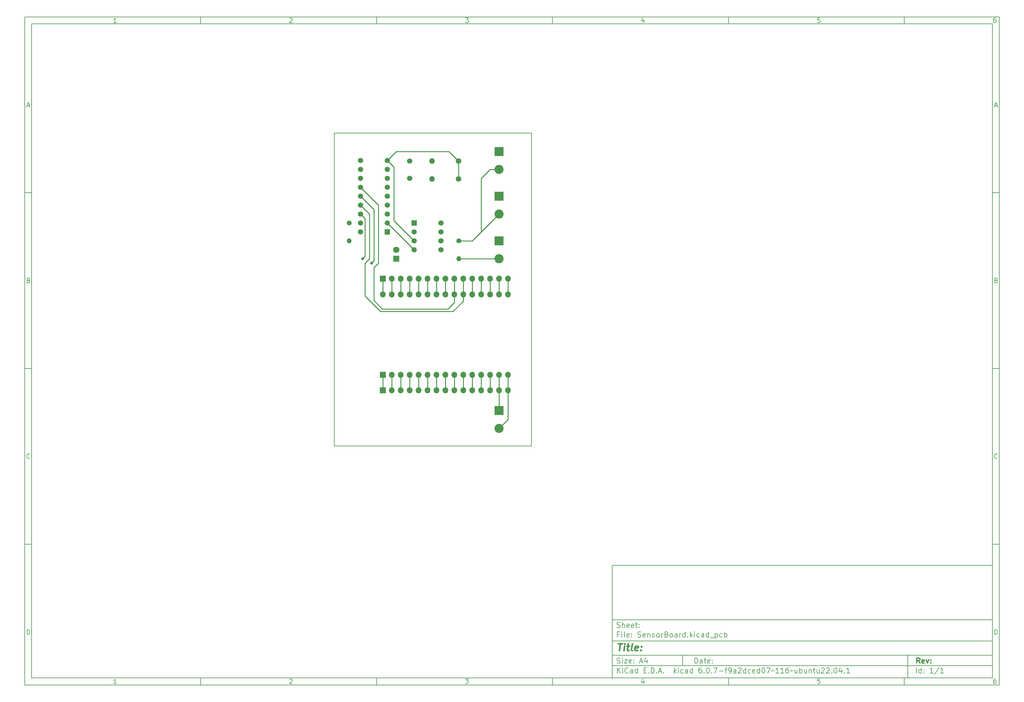
<source format=gbr>
%TF.GenerationSoftware,KiCad,Pcbnew,6.0.7-f9a2dced07~116~ubuntu22.04.1*%
%TF.CreationDate,2022-07-31T23:28:34-04:00*%
%TF.ProjectId,SensorBoard,53656e73-6f72-4426-9f61-72642e6b6963,rev?*%
%TF.SameCoordinates,Original*%
%TF.FileFunction,Copper,L2,Bot*%
%TF.FilePolarity,Positive*%
%FSLAX46Y46*%
G04 Gerber Fmt 4.6, Leading zero omitted, Abs format (unit mm)*
G04 Created by KiCad (PCBNEW 6.0.7-f9a2dced07~116~ubuntu22.04.1) date 2022-07-31 23:28:34*
%MOMM*%
%LPD*%
G01*
G04 APERTURE LIST*
%ADD10C,0.100000*%
%ADD11C,0.150000*%
%ADD12C,0.300000*%
%ADD13C,0.400000*%
%TA.AperFunction,Profile*%
%ADD14C,0.200000*%
%TD*%
%TA.AperFunction,ComponentPad*%
%ADD15R,1.498600X1.498600*%
%TD*%
%TA.AperFunction,ComponentPad*%
%ADD16C,1.498600*%
%TD*%
%TA.AperFunction,ComponentPad*%
%ADD17R,1.700000X1.700000*%
%TD*%
%TA.AperFunction,ComponentPad*%
%ADD18O,1.700000X1.700000*%
%TD*%
%TA.AperFunction,ComponentPad*%
%ADD19R,1.800000X1.800000*%
%TD*%
%TA.AperFunction,ComponentPad*%
%ADD20C,1.800000*%
%TD*%
%TA.AperFunction,ComponentPad*%
%ADD21R,2.600000X2.600000*%
%TD*%
%TA.AperFunction,ComponentPad*%
%ADD22C,2.600000*%
%TD*%
%TA.AperFunction,ComponentPad*%
%ADD23C,1.600000*%
%TD*%
%TA.AperFunction,ComponentPad*%
%ADD24O,1.600000X1.600000*%
%TD*%
%TA.AperFunction,ComponentPad*%
%ADD25C,1.400000*%
%TD*%
%TA.AperFunction,ComponentPad*%
%ADD26O,1.400000X1.400000*%
%TD*%
%TA.AperFunction,ComponentPad*%
%ADD27C,1.500000*%
%TD*%
%TA.AperFunction,ViaPad*%
%ADD28C,0.800000*%
%TD*%
%TA.AperFunction,Conductor*%
%ADD29C,0.250000*%
%TD*%
G04 APERTURE END LIST*
D10*
D11*
X177002200Y-166007200D02*
X177002200Y-198007200D01*
X285002200Y-198007200D01*
X285002200Y-166007200D01*
X177002200Y-166007200D01*
D10*
D11*
X10000000Y-10000000D02*
X10000000Y-200007200D01*
X287002200Y-200007200D01*
X287002200Y-10000000D01*
X10000000Y-10000000D01*
D10*
D11*
X12000000Y-12000000D02*
X12000000Y-198007200D01*
X285002200Y-198007200D01*
X285002200Y-12000000D01*
X12000000Y-12000000D01*
D10*
D11*
X60000000Y-12000000D02*
X60000000Y-10000000D01*
D10*
D11*
X110000000Y-12000000D02*
X110000000Y-10000000D01*
D10*
D11*
X160000000Y-12000000D02*
X160000000Y-10000000D01*
D10*
D11*
X210000000Y-12000000D02*
X210000000Y-10000000D01*
D10*
D11*
X260000000Y-12000000D02*
X260000000Y-10000000D01*
D10*
D11*
X36065476Y-11588095D02*
X35322619Y-11588095D01*
X35694047Y-11588095D02*
X35694047Y-10288095D01*
X35570238Y-10473809D01*
X35446428Y-10597619D01*
X35322619Y-10659523D01*
D10*
D11*
X85322619Y-10411904D02*
X85384523Y-10350000D01*
X85508333Y-10288095D01*
X85817857Y-10288095D01*
X85941666Y-10350000D01*
X86003571Y-10411904D01*
X86065476Y-10535714D01*
X86065476Y-10659523D01*
X86003571Y-10845238D01*
X85260714Y-11588095D01*
X86065476Y-11588095D01*
D10*
D11*
X135260714Y-10288095D02*
X136065476Y-10288095D01*
X135632142Y-10783333D01*
X135817857Y-10783333D01*
X135941666Y-10845238D01*
X136003571Y-10907142D01*
X136065476Y-11030952D01*
X136065476Y-11340476D01*
X136003571Y-11464285D01*
X135941666Y-11526190D01*
X135817857Y-11588095D01*
X135446428Y-11588095D01*
X135322619Y-11526190D01*
X135260714Y-11464285D01*
D10*
D11*
X185941666Y-10721428D02*
X185941666Y-11588095D01*
X185632142Y-10226190D02*
X185322619Y-11154761D01*
X186127380Y-11154761D01*
D10*
D11*
X236003571Y-10288095D02*
X235384523Y-10288095D01*
X235322619Y-10907142D01*
X235384523Y-10845238D01*
X235508333Y-10783333D01*
X235817857Y-10783333D01*
X235941666Y-10845238D01*
X236003571Y-10907142D01*
X236065476Y-11030952D01*
X236065476Y-11340476D01*
X236003571Y-11464285D01*
X235941666Y-11526190D01*
X235817857Y-11588095D01*
X235508333Y-11588095D01*
X235384523Y-11526190D01*
X235322619Y-11464285D01*
D10*
D11*
X285941666Y-10288095D02*
X285694047Y-10288095D01*
X285570238Y-10350000D01*
X285508333Y-10411904D01*
X285384523Y-10597619D01*
X285322619Y-10845238D01*
X285322619Y-11340476D01*
X285384523Y-11464285D01*
X285446428Y-11526190D01*
X285570238Y-11588095D01*
X285817857Y-11588095D01*
X285941666Y-11526190D01*
X286003571Y-11464285D01*
X286065476Y-11340476D01*
X286065476Y-11030952D01*
X286003571Y-10907142D01*
X285941666Y-10845238D01*
X285817857Y-10783333D01*
X285570238Y-10783333D01*
X285446428Y-10845238D01*
X285384523Y-10907142D01*
X285322619Y-11030952D01*
D10*
D11*
X60000000Y-198007200D02*
X60000000Y-200007200D01*
D10*
D11*
X110000000Y-198007200D02*
X110000000Y-200007200D01*
D10*
D11*
X160000000Y-198007200D02*
X160000000Y-200007200D01*
D10*
D11*
X210000000Y-198007200D02*
X210000000Y-200007200D01*
D10*
D11*
X260000000Y-198007200D02*
X260000000Y-200007200D01*
D10*
D11*
X36065476Y-199595295D02*
X35322619Y-199595295D01*
X35694047Y-199595295D02*
X35694047Y-198295295D01*
X35570238Y-198481009D01*
X35446428Y-198604819D01*
X35322619Y-198666723D01*
D10*
D11*
X85322619Y-198419104D02*
X85384523Y-198357200D01*
X85508333Y-198295295D01*
X85817857Y-198295295D01*
X85941666Y-198357200D01*
X86003571Y-198419104D01*
X86065476Y-198542914D01*
X86065476Y-198666723D01*
X86003571Y-198852438D01*
X85260714Y-199595295D01*
X86065476Y-199595295D01*
D10*
D11*
X135260714Y-198295295D02*
X136065476Y-198295295D01*
X135632142Y-198790533D01*
X135817857Y-198790533D01*
X135941666Y-198852438D01*
X136003571Y-198914342D01*
X136065476Y-199038152D01*
X136065476Y-199347676D01*
X136003571Y-199471485D01*
X135941666Y-199533390D01*
X135817857Y-199595295D01*
X135446428Y-199595295D01*
X135322619Y-199533390D01*
X135260714Y-199471485D01*
D10*
D11*
X185941666Y-198728628D02*
X185941666Y-199595295D01*
X185632142Y-198233390D02*
X185322619Y-199161961D01*
X186127380Y-199161961D01*
D10*
D11*
X236003571Y-198295295D02*
X235384523Y-198295295D01*
X235322619Y-198914342D01*
X235384523Y-198852438D01*
X235508333Y-198790533D01*
X235817857Y-198790533D01*
X235941666Y-198852438D01*
X236003571Y-198914342D01*
X236065476Y-199038152D01*
X236065476Y-199347676D01*
X236003571Y-199471485D01*
X235941666Y-199533390D01*
X235817857Y-199595295D01*
X235508333Y-199595295D01*
X235384523Y-199533390D01*
X235322619Y-199471485D01*
D10*
D11*
X285941666Y-198295295D02*
X285694047Y-198295295D01*
X285570238Y-198357200D01*
X285508333Y-198419104D01*
X285384523Y-198604819D01*
X285322619Y-198852438D01*
X285322619Y-199347676D01*
X285384523Y-199471485D01*
X285446428Y-199533390D01*
X285570238Y-199595295D01*
X285817857Y-199595295D01*
X285941666Y-199533390D01*
X286003571Y-199471485D01*
X286065476Y-199347676D01*
X286065476Y-199038152D01*
X286003571Y-198914342D01*
X285941666Y-198852438D01*
X285817857Y-198790533D01*
X285570238Y-198790533D01*
X285446428Y-198852438D01*
X285384523Y-198914342D01*
X285322619Y-199038152D01*
D10*
D11*
X10000000Y-60000000D02*
X12000000Y-60000000D01*
D10*
D11*
X10000000Y-110000000D02*
X12000000Y-110000000D01*
D10*
D11*
X10000000Y-160000000D02*
X12000000Y-160000000D01*
D10*
D11*
X10690476Y-35216666D02*
X11309523Y-35216666D01*
X10566666Y-35588095D02*
X11000000Y-34288095D01*
X11433333Y-35588095D01*
D10*
D11*
X11092857Y-84907142D02*
X11278571Y-84969047D01*
X11340476Y-85030952D01*
X11402380Y-85154761D01*
X11402380Y-85340476D01*
X11340476Y-85464285D01*
X11278571Y-85526190D01*
X11154761Y-85588095D01*
X10659523Y-85588095D01*
X10659523Y-84288095D01*
X11092857Y-84288095D01*
X11216666Y-84350000D01*
X11278571Y-84411904D01*
X11340476Y-84535714D01*
X11340476Y-84659523D01*
X11278571Y-84783333D01*
X11216666Y-84845238D01*
X11092857Y-84907142D01*
X10659523Y-84907142D01*
D10*
D11*
X11402380Y-135464285D02*
X11340476Y-135526190D01*
X11154761Y-135588095D01*
X11030952Y-135588095D01*
X10845238Y-135526190D01*
X10721428Y-135402380D01*
X10659523Y-135278571D01*
X10597619Y-135030952D01*
X10597619Y-134845238D01*
X10659523Y-134597619D01*
X10721428Y-134473809D01*
X10845238Y-134350000D01*
X11030952Y-134288095D01*
X11154761Y-134288095D01*
X11340476Y-134350000D01*
X11402380Y-134411904D01*
D10*
D11*
X10659523Y-185588095D02*
X10659523Y-184288095D01*
X10969047Y-184288095D01*
X11154761Y-184350000D01*
X11278571Y-184473809D01*
X11340476Y-184597619D01*
X11402380Y-184845238D01*
X11402380Y-185030952D01*
X11340476Y-185278571D01*
X11278571Y-185402380D01*
X11154761Y-185526190D01*
X10969047Y-185588095D01*
X10659523Y-185588095D01*
D10*
D11*
X287002200Y-60000000D02*
X285002200Y-60000000D01*
D10*
D11*
X287002200Y-110000000D02*
X285002200Y-110000000D01*
D10*
D11*
X287002200Y-160000000D02*
X285002200Y-160000000D01*
D10*
D11*
X285692676Y-35216666D02*
X286311723Y-35216666D01*
X285568866Y-35588095D02*
X286002200Y-34288095D01*
X286435533Y-35588095D01*
D10*
D11*
X286095057Y-84907142D02*
X286280771Y-84969047D01*
X286342676Y-85030952D01*
X286404580Y-85154761D01*
X286404580Y-85340476D01*
X286342676Y-85464285D01*
X286280771Y-85526190D01*
X286156961Y-85588095D01*
X285661723Y-85588095D01*
X285661723Y-84288095D01*
X286095057Y-84288095D01*
X286218866Y-84350000D01*
X286280771Y-84411904D01*
X286342676Y-84535714D01*
X286342676Y-84659523D01*
X286280771Y-84783333D01*
X286218866Y-84845238D01*
X286095057Y-84907142D01*
X285661723Y-84907142D01*
D10*
D11*
X286404580Y-135464285D02*
X286342676Y-135526190D01*
X286156961Y-135588095D01*
X286033152Y-135588095D01*
X285847438Y-135526190D01*
X285723628Y-135402380D01*
X285661723Y-135278571D01*
X285599819Y-135030952D01*
X285599819Y-134845238D01*
X285661723Y-134597619D01*
X285723628Y-134473809D01*
X285847438Y-134350000D01*
X286033152Y-134288095D01*
X286156961Y-134288095D01*
X286342676Y-134350000D01*
X286404580Y-134411904D01*
D10*
D11*
X285661723Y-185588095D02*
X285661723Y-184288095D01*
X285971247Y-184288095D01*
X286156961Y-184350000D01*
X286280771Y-184473809D01*
X286342676Y-184597619D01*
X286404580Y-184845238D01*
X286404580Y-185030952D01*
X286342676Y-185278571D01*
X286280771Y-185402380D01*
X286156961Y-185526190D01*
X285971247Y-185588095D01*
X285661723Y-185588095D01*
D10*
D11*
X200434342Y-193785771D02*
X200434342Y-192285771D01*
X200791485Y-192285771D01*
X201005771Y-192357200D01*
X201148628Y-192500057D01*
X201220057Y-192642914D01*
X201291485Y-192928628D01*
X201291485Y-193142914D01*
X201220057Y-193428628D01*
X201148628Y-193571485D01*
X201005771Y-193714342D01*
X200791485Y-193785771D01*
X200434342Y-193785771D01*
X202577200Y-193785771D02*
X202577200Y-193000057D01*
X202505771Y-192857200D01*
X202362914Y-192785771D01*
X202077200Y-192785771D01*
X201934342Y-192857200D01*
X202577200Y-193714342D02*
X202434342Y-193785771D01*
X202077200Y-193785771D01*
X201934342Y-193714342D01*
X201862914Y-193571485D01*
X201862914Y-193428628D01*
X201934342Y-193285771D01*
X202077200Y-193214342D01*
X202434342Y-193214342D01*
X202577200Y-193142914D01*
X203077200Y-192785771D02*
X203648628Y-192785771D01*
X203291485Y-192285771D02*
X203291485Y-193571485D01*
X203362914Y-193714342D01*
X203505771Y-193785771D01*
X203648628Y-193785771D01*
X204720057Y-193714342D02*
X204577200Y-193785771D01*
X204291485Y-193785771D01*
X204148628Y-193714342D01*
X204077200Y-193571485D01*
X204077200Y-193000057D01*
X204148628Y-192857200D01*
X204291485Y-192785771D01*
X204577200Y-192785771D01*
X204720057Y-192857200D01*
X204791485Y-193000057D01*
X204791485Y-193142914D01*
X204077200Y-193285771D01*
X205434342Y-193642914D02*
X205505771Y-193714342D01*
X205434342Y-193785771D01*
X205362914Y-193714342D01*
X205434342Y-193642914D01*
X205434342Y-193785771D01*
X205434342Y-192857200D02*
X205505771Y-192928628D01*
X205434342Y-193000057D01*
X205362914Y-192928628D01*
X205434342Y-192857200D01*
X205434342Y-193000057D01*
D10*
D11*
X177002200Y-194507200D02*
X285002200Y-194507200D01*
D10*
D11*
X178434342Y-196585771D02*
X178434342Y-195085771D01*
X179291485Y-196585771D02*
X178648628Y-195728628D01*
X179291485Y-195085771D02*
X178434342Y-195942914D01*
X179934342Y-196585771D02*
X179934342Y-195585771D01*
X179934342Y-195085771D02*
X179862914Y-195157200D01*
X179934342Y-195228628D01*
X180005771Y-195157200D01*
X179934342Y-195085771D01*
X179934342Y-195228628D01*
X181505771Y-196442914D02*
X181434342Y-196514342D01*
X181220057Y-196585771D01*
X181077200Y-196585771D01*
X180862914Y-196514342D01*
X180720057Y-196371485D01*
X180648628Y-196228628D01*
X180577200Y-195942914D01*
X180577200Y-195728628D01*
X180648628Y-195442914D01*
X180720057Y-195300057D01*
X180862914Y-195157200D01*
X181077200Y-195085771D01*
X181220057Y-195085771D01*
X181434342Y-195157200D01*
X181505771Y-195228628D01*
X182791485Y-196585771D02*
X182791485Y-195800057D01*
X182720057Y-195657200D01*
X182577200Y-195585771D01*
X182291485Y-195585771D01*
X182148628Y-195657200D01*
X182791485Y-196514342D02*
X182648628Y-196585771D01*
X182291485Y-196585771D01*
X182148628Y-196514342D01*
X182077200Y-196371485D01*
X182077200Y-196228628D01*
X182148628Y-196085771D01*
X182291485Y-196014342D01*
X182648628Y-196014342D01*
X182791485Y-195942914D01*
X184148628Y-196585771D02*
X184148628Y-195085771D01*
X184148628Y-196514342D02*
X184005771Y-196585771D01*
X183720057Y-196585771D01*
X183577200Y-196514342D01*
X183505771Y-196442914D01*
X183434342Y-196300057D01*
X183434342Y-195871485D01*
X183505771Y-195728628D01*
X183577200Y-195657200D01*
X183720057Y-195585771D01*
X184005771Y-195585771D01*
X184148628Y-195657200D01*
X186005771Y-195800057D02*
X186505771Y-195800057D01*
X186720057Y-196585771D02*
X186005771Y-196585771D01*
X186005771Y-195085771D01*
X186720057Y-195085771D01*
X187362914Y-196442914D02*
X187434342Y-196514342D01*
X187362914Y-196585771D01*
X187291485Y-196514342D01*
X187362914Y-196442914D01*
X187362914Y-196585771D01*
X188077200Y-196585771D02*
X188077200Y-195085771D01*
X188434342Y-195085771D01*
X188648628Y-195157200D01*
X188791485Y-195300057D01*
X188862914Y-195442914D01*
X188934342Y-195728628D01*
X188934342Y-195942914D01*
X188862914Y-196228628D01*
X188791485Y-196371485D01*
X188648628Y-196514342D01*
X188434342Y-196585771D01*
X188077200Y-196585771D01*
X189577200Y-196442914D02*
X189648628Y-196514342D01*
X189577200Y-196585771D01*
X189505771Y-196514342D01*
X189577200Y-196442914D01*
X189577200Y-196585771D01*
X190220057Y-196157200D02*
X190934342Y-196157200D01*
X190077200Y-196585771D02*
X190577200Y-195085771D01*
X191077200Y-196585771D01*
X191577200Y-196442914D02*
X191648628Y-196514342D01*
X191577200Y-196585771D01*
X191505771Y-196514342D01*
X191577200Y-196442914D01*
X191577200Y-196585771D01*
X194577200Y-196585771D02*
X194577200Y-195085771D01*
X194720057Y-196014342D02*
X195148628Y-196585771D01*
X195148628Y-195585771D02*
X194577200Y-196157200D01*
X195791485Y-196585771D02*
X195791485Y-195585771D01*
X195791485Y-195085771D02*
X195720057Y-195157200D01*
X195791485Y-195228628D01*
X195862914Y-195157200D01*
X195791485Y-195085771D01*
X195791485Y-195228628D01*
X197148628Y-196514342D02*
X197005771Y-196585771D01*
X196720057Y-196585771D01*
X196577200Y-196514342D01*
X196505771Y-196442914D01*
X196434342Y-196300057D01*
X196434342Y-195871485D01*
X196505771Y-195728628D01*
X196577200Y-195657200D01*
X196720057Y-195585771D01*
X197005771Y-195585771D01*
X197148628Y-195657200D01*
X198434342Y-196585771D02*
X198434342Y-195800057D01*
X198362914Y-195657200D01*
X198220057Y-195585771D01*
X197934342Y-195585771D01*
X197791485Y-195657200D01*
X198434342Y-196514342D02*
X198291485Y-196585771D01*
X197934342Y-196585771D01*
X197791485Y-196514342D01*
X197720057Y-196371485D01*
X197720057Y-196228628D01*
X197791485Y-196085771D01*
X197934342Y-196014342D01*
X198291485Y-196014342D01*
X198434342Y-195942914D01*
X199791485Y-196585771D02*
X199791485Y-195085771D01*
X199791485Y-196514342D02*
X199648628Y-196585771D01*
X199362914Y-196585771D01*
X199220057Y-196514342D01*
X199148628Y-196442914D01*
X199077200Y-196300057D01*
X199077200Y-195871485D01*
X199148628Y-195728628D01*
X199220057Y-195657200D01*
X199362914Y-195585771D01*
X199648628Y-195585771D01*
X199791485Y-195657200D01*
X202291485Y-195085771D02*
X202005771Y-195085771D01*
X201862914Y-195157200D01*
X201791485Y-195228628D01*
X201648628Y-195442914D01*
X201577200Y-195728628D01*
X201577200Y-196300057D01*
X201648628Y-196442914D01*
X201720057Y-196514342D01*
X201862914Y-196585771D01*
X202148628Y-196585771D01*
X202291485Y-196514342D01*
X202362914Y-196442914D01*
X202434342Y-196300057D01*
X202434342Y-195942914D01*
X202362914Y-195800057D01*
X202291485Y-195728628D01*
X202148628Y-195657200D01*
X201862914Y-195657200D01*
X201720057Y-195728628D01*
X201648628Y-195800057D01*
X201577200Y-195942914D01*
X203077200Y-196442914D02*
X203148628Y-196514342D01*
X203077200Y-196585771D01*
X203005771Y-196514342D01*
X203077200Y-196442914D01*
X203077200Y-196585771D01*
X204077200Y-195085771D02*
X204220057Y-195085771D01*
X204362914Y-195157200D01*
X204434342Y-195228628D01*
X204505771Y-195371485D01*
X204577200Y-195657200D01*
X204577200Y-196014342D01*
X204505771Y-196300057D01*
X204434342Y-196442914D01*
X204362914Y-196514342D01*
X204220057Y-196585771D01*
X204077200Y-196585771D01*
X203934342Y-196514342D01*
X203862914Y-196442914D01*
X203791485Y-196300057D01*
X203720057Y-196014342D01*
X203720057Y-195657200D01*
X203791485Y-195371485D01*
X203862914Y-195228628D01*
X203934342Y-195157200D01*
X204077200Y-195085771D01*
X205220057Y-196442914D02*
X205291485Y-196514342D01*
X205220057Y-196585771D01*
X205148628Y-196514342D01*
X205220057Y-196442914D01*
X205220057Y-196585771D01*
X205791485Y-195085771D02*
X206791485Y-195085771D01*
X206148628Y-196585771D01*
X207362914Y-196014342D02*
X208505771Y-196014342D01*
X209005771Y-195585771D02*
X209577200Y-195585771D01*
X209220057Y-196585771D02*
X209220057Y-195300057D01*
X209291485Y-195157200D01*
X209434342Y-195085771D01*
X209577200Y-195085771D01*
X210148628Y-196585771D02*
X210434342Y-196585771D01*
X210577200Y-196514342D01*
X210648628Y-196442914D01*
X210791485Y-196228628D01*
X210862914Y-195942914D01*
X210862914Y-195371485D01*
X210791485Y-195228628D01*
X210720057Y-195157200D01*
X210577200Y-195085771D01*
X210291485Y-195085771D01*
X210148628Y-195157200D01*
X210077200Y-195228628D01*
X210005771Y-195371485D01*
X210005771Y-195728628D01*
X210077200Y-195871485D01*
X210148628Y-195942914D01*
X210291485Y-196014342D01*
X210577200Y-196014342D01*
X210720057Y-195942914D01*
X210791485Y-195871485D01*
X210862914Y-195728628D01*
X212148628Y-196585771D02*
X212148628Y-195800057D01*
X212077200Y-195657200D01*
X211934342Y-195585771D01*
X211648628Y-195585771D01*
X211505771Y-195657200D01*
X212148628Y-196514342D02*
X212005771Y-196585771D01*
X211648628Y-196585771D01*
X211505771Y-196514342D01*
X211434342Y-196371485D01*
X211434342Y-196228628D01*
X211505771Y-196085771D01*
X211648628Y-196014342D01*
X212005771Y-196014342D01*
X212148628Y-195942914D01*
X212791485Y-195228628D02*
X212862914Y-195157200D01*
X213005771Y-195085771D01*
X213362914Y-195085771D01*
X213505771Y-195157200D01*
X213577200Y-195228628D01*
X213648628Y-195371485D01*
X213648628Y-195514342D01*
X213577200Y-195728628D01*
X212720057Y-196585771D01*
X213648628Y-196585771D01*
X214934342Y-196585771D02*
X214934342Y-195085771D01*
X214934342Y-196514342D02*
X214791485Y-196585771D01*
X214505771Y-196585771D01*
X214362914Y-196514342D01*
X214291485Y-196442914D01*
X214220057Y-196300057D01*
X214220057Y-195871485D01*
X214291485Y-195728628D01*
X214362914Y-195657200D01*
X214505771Y-195585771D01*
X214791485Y-195585771D01*
X214934342Y-195657200D01*
X216291485Y-196514342D02*
X216148628Y-196585771D01*
X215862914Y-196585771D01*
X215720057Y-196514342D01*
X215648628Y-196442914D01*
X215577200Y-196300057D01*
X215577200Y-195871485D01*
X215648628Y-195728628D01*
X215720057Y-195657200D01*
X215862914Y-195585771D01*
X216148628Y-195585771D01*
X216291485Y-195657200D01*
X217505771Y-196514342D02*
X217362914Y-196585771D01*
X217077200Y-196585771D01*
X216934342Y-196514342D01*
X216862914Y-196371485D01*
X216862914Y-195800057D01*
X216934342Y-195657200D01*
X217077200Y-195585771D01*
X217362914Y-195585771D01*
X217505771Y-195657200D01*
X217577200Y-195800057D01*
X217577200Y-195942914D01*
X216862914Y-196085771D01*
X218862914Y-196585771D02*
X218862914Y-195085771D01*
X218862914Y-196514342D02*
X218720057Y-196585771D01*
X218434342Y-196585771D01*
X218291485Y-196514342D01*
X218220057Y-196442914D01*
X218148628Y-196300057D01*
X218148628Y-195871485D01*
X218220057Y-195728628D01*
X218291485Y-195657200D01*
X218434342Y-195585771D01*
X218720057Y-195585771D01*
X218862914Y-195657200D01*
X219862914Y-195085771D02*
X220005771Y-195085771D01*
X220148628Y-195157200D01*
X220220057Y-195228628D01*
X220291485Y-195371485D01*
X220362914Y-195657200D01*
X220362914Y-196014342D01*
X220291485Y-196300057D01*
X220220057Y-196442914D01*
X220148628Y-196514342D01*
X220005771Y-196585771D01*
X219862914Y-196585771D01*
X219720057Y-196514342D01*
X219648628Y-196442914D01*
X219577200Y-196300057D01*
X219505771Y-196014342D01*
X219505771Y-195657200D01*
X219577200Y-195371485D01*
X219648628Y-195228628D01*
X219720057Y-195157200D01*
X219862914Y-195085771D01*
X220862914Y-195085771D02*
X221862914Y-195085771D01*
X221220057Y-196585771D01*
X222220057Y-196014342D02*
X222291485Y-195942914D01*
X222434342Y-195871485D01*
X222720057Y-196014342D01*
X222862914Y-195942914D01*
X222934342Y-195871485D01*
X224291485Y-196585771D02*
X223434342Y-196585771D01*
X223862914Y-196585771D02*
X223862914Y-195085771D01*
X223720057Y-195300057D01*
X223577200Y-195442914D01*
X223434342Y-195514342D01*
X225720057Y-196585771D02*
X224862914Y-196585771D01*
X225291485Y-196585771D02*
X225291485Y-195085771D01*
X225148628Y-195300057D01*
X225005771Y-195442914D01*
X224862914Y-195514342D01*
X227005771Y-195085771D02*
X226720057Y-195085771D01*
X226577200Y-195157200D01*
X226505771Y-195228628D01*
X226362914Y-195442914D01*
X226291485Y-195728628D01*
X226291485Y-196300057D01*
X226362914Y-196442914D01*
X226434342Y-196514342D01*
X226577200Y-196585771D01*
X226862914Y-196585771D01*
X227005771Y-196514342D01*
X227077200Y-196442914D01*
X227148628Y-196300057D01*
X227148628Y-195942914D01*
X227077200Y-195800057D01*
X227005771Y-195728628D01*
X226862914Y-195657200D01*
X226577200Y-195657200D01*
X226434342Y-195728628D01*
X226362914Y-195800057D01*
X226291485Y-195942914D01*
X227577199Y-196014342D02*
X227648628Y-195942914D01*
X227791485Y-195871485D01*
X228077199Y-196014342D01*
X228220057Y-195942914D01*
X228291485Y-195871485D01*
X229505771Y-195585771D02*
X229505771Y-196585771D01*
X228862914Y-195585771D02*
X228862914Y-196371485D01*
X228934342Y-196514342D01*
X229077200Y-196585771D01*
X229291485Y-196585771D01*
X229434342Y-196514342D01*
X229505771Y-196442914D01*
X230220057Y-196585771D02*
X230220057Y-195085771D01*
X230220057Y-195657200D02*
X230362914Y-195585771D01*
X230648628Y-195585771D01*
X230791485Y-195657200D01*
X230862914Y-195728628D01*
X230934342Y-195871485D01*
X230934342Y-196300057D01*
X230862914Y-196442914D01*
X230791485Y-196514342D01*
X230648628Y-196585771D01*
X230362914Y-196585771D01*
X230220057Y-196514342D01*
X232220057Y-195585771D02*
X232220057Y-196585771D01*
X231577200Y-195585771D02*
X231577200Y-196371485D01*
X231648628Y-196514342D01*
X231791485Y-196585771D01*
X232005771Y-196585771D01*
X232148628Y-196514342D01*
X232220057Y-196442914D01*
X232934342Y-195585771D02*
X232934342Y-196585771D01*
X232934342Y-195728628D02*
X233005771Y-195657200D01*
X233148628Y-195585771D01*
X233362914Y-195585771D01*
X233505771Y-195657200D01*
X233577200Y-195800057D01*
X233577200Y-196585771D01*
X234077200Y-195585771D02*
X234648628Y-195585771D01*
X234291485Y-195085771D02*
X234291485Y-196371485D01*
X234362914Y-196514342D01*
X234505771Y-196585771D01*
X234648628Y-196585771D01*
X235791485Y-195585771D02*
X235791485Y-196585771D01*
X235148628Y-195585771D02*
X235148628Y-196371485D01*
X235220057Y-196514342D01*
X235362914Y-196585771D01*
X235577200Y-196585771D01*
X235720057Y-196514342D01*
X235791485Y-196442914D01*
X236434342Y-195228628D02*
X236505771Y-195157200D01*
X236648628Y-195085771D01*
X237005771Y-195085771D01*
X237148628Y-195157200D01*
X237220057Y-195228628D01*
X237291485Y-195371485D01*
X237291485Y-195514342D01*
X237220057Y-195728628D01*
X236362914Y-196585771D01*
X237291485Y-196585771D01*
X237862914Y-195228628D02*
X237934342Y-195157200D01*
X238077200Y-195085771D01*
X238434342Y-195085771D01*
X238577200Y-195157200D01*
X238648628Y-195228628D01*
X238720057Y-195371485D01*
X238720057Y-195514342D01*
X238648628Y-195728628D01*
X237791485Y-196585771D01*
X238720057Y-196585771D01*
X239362914Y-196442914D02*
X239434342Y-196514342D01*
X239362914Y-196585771D01*
X239291485Y-196514342D01*
X239362914Y-196442914D01*
X239362914Y-196585771D01*
X240362914Y-195085771D02*
X240505771Y-195085771D01*
X240648628Y-195157200D01*
X240720057Y-195228628D01*
X240791485Y-195371485D01*
X240862914Y-195657200D01*
X240862914Y-196014342D01*
X240791485Y-196300057D01*
X240720057Y-196442914D01*
X240648628Y-196514342D01*
X240505771Y-196585771D01*
X240362914Y-196585771D01*
X240220057Y-196514342D01*
X240148628Y-196442914D01*
X240077200Y-196300057D01*
X240005771Y-196014342D01*
X240005771Y-195657200D01*
X240077200Y-195371485D01*
X240148628Y-195228628D01*
X240220057Y-195157200D01*
X240362914Y-195085771D01*
X242148628Y-195585771D02*
X242148628Y-196585771D01*
X241791485Y-195014342D02*
X241434342Y-196085771D01*
X242362914Y-196085771D01*
X242934342Y-196442914D02*
X243005771Y-196514342D01*
X242934342Y-196585771D01*
X242862914Y-196514342D01*
X242934342Y-196442914D01*
X242934342Y-196585771D01*
X244434342Y-196585771D02*
X243577199Y-196585771D01*
X244005771Y-196585771D02*
X244005771Y-195085771D01*
X243862914Y-195300057D01*
X243720057Y-195442914D01*
X243577199Y-195514342D01*
D10*
D11*
X177002200Y-191507200D02*
X285002200Y-191507200D01*
D10*
D12*
X264411485Y-193785771D02*
X263911485Y-193071485D01*
X263554342Y-193785771D02*
X263554342Y-192285771D01*
X264125771Y-192285771D01*
X264268628Y-192357200D01*
X264340057Y-192428628D01*
X264411485Y-192571485D01*
X264411485Y-192785771D01*
X264340057Y-192928628D01*
X264268628Y-193000057D01*
X264125771Y-193071485D01*
X263554342Y-193071485D01*
X265625771Y-193714342D02*
X265482914Y-193785771D01*
X265197200Y-193785771D01*
X265054342Y-193714342D01*
X264982914Y-193571485D01*
X264982914Y-193000057D01*
X265054342Y-192857200D01*
X265197200Y-192785771D01*
X265482914Y-192785771D01*
X265625771Y-192857200D01*
X265697200Y-193000057D01*
X265697200Y-193142914D01*
X264982914Y-193285771D01*
X266197200Y-192785771D02*
X266554342Y-193785771D01*
X266911485Y-192785771D01*
X267482914Y-193642914D02*
X267554342Y-193714342D01*
X267482914Y-193785771D01*
X267411485Y-193714342D01*
X267482914Y-193642914D01*
X267482914Y-193785771D01*
X267482914Y-192857200D02*
X267554342Y-192928628D01*
X267482914Y-193000057D01*
X267411485Y-192928628D01*
X267482914Y-192857200D01*
X267482914Y-193000057D01*
D10*
D11*
X178362914Y-193714342D02*
X178577200Y-193785771D01*
X178934342Y-193785771D01*
X179077200Y-193714342D01*
X179148628Y-193642914D01*
X179220057Y-193500057D01*
X179220057Y-193357200D01*
X179148628Y-193214342D01*
X179077200Y-193142914D01*
X178934342Y-193071485D01*
X178648628Y-193000057D01*
X178505771Y-192928628D01*
X178434342Y-192857200D01*
X178362914Y-192714342D01*
X178362914Y-192571485D01*
X178434342Y-192428628D01*
X178505771Y-192357200D01*
X178648628Y-192285771D01*
X179005771Y-192285771D01*
X179220057Y-192357200D01*
X179862914Y-193785771D02*
X179862914Y-192785771D01*
X179862914Y-192285771D02*
X179791485Y-192357200D01*
X179862914Y-192428628D01*
X179934342Y-192357200D01*
X179862914Y-192285771D01*
X179862914Y-192428628D01*
X180434342Y-192785771D02*
X181220057Y-192785771D01*
X180434342Y-193785771D01*
X181220057Y-193785771D01*
X182362914Y-193714342D02*
X182220057Y-193785771D01*
X181934342Y-193785771D01*
X181791485Y-193714342D01*
X181720057Y-193571485D01*
X181720057Y-193000057D01*
X181791485Y-192857200D01*
X181934342Y-192785771D01*
X182220057Y-192785771D01*
X182362914Y-192857200D01*
X182434342Y-193000057D01*
X182434342Y-193142914D01*
X181720057Y-193285771D01*
X183077200Y-193642914D02*
X183148628Y-193714342D01*
X183077200Y-193785771D01*
X183005771Y-193714342D01*
X183077200Y-193642914D01*
X183077200Y-193785771D01*
X183077200Y-192857200D02*
X183148628Y-192928628D01*
X183077200Y-193000057D01*
X183005771Y-192928628D01*
X183077200Y-192857200D01*
X183077200Y-193000057D01*
X184862914Y-193357200D02*
X185577200Y-193357200D01*
X184720057Y-193785771D02*
X185220057Y-192285771D01*
X185720057Y-193785771D01*
X186862914Y-192785771D02*
X186862914Y-193785771D01*
X186505771Y-192214342D02*
X186148628Y-193285771D01*
X187077200Y-193285771D01*
D10*
D11*
X263434342Y-196585771D02*
X263434342Y-195085771D01*
X264791485Y-196585771D02*
X264791485Y-195085771D01*
X264791485Y-196514342D02*
X264648628Y-196585771D01*
X264362914Y-196585771D01*
X264220057Y-196514342D01*
X264148628Y-196442914D01*
X264077200Y-196300057D01*
X264077200Y-195871485D01*
X264148628Y-195728628D01*
X264220057Y-195657200D01*
X264362914Y-195585771D01*
X264648628Y-195585771D01*
X264791485Y-195657200D01*
X265505771Y-196442914D02*
X265577200Y-196514342D01*
X265505771Y-196585771D01*
X265434342Y-196514342D01*
X265505771Y-196442914D01*
X265505771Y-196585771D01*
X265505771Y-195657200D02*
X265577200Y-195728628D01*
X265505771Y-195800057D01*
X265434342Y-195728628D01*
X265505771Y-195657200D01*
X265505771Y-195800057D01*
X268148628Y-196585771D02*
X267291485Y-196585771D01*
X267720057Y-196585771D02*
X267720057Y-195085771D01*
X267577200Y-195300057D01*
X267434342Y-195442914D01*
X267291485Y-195514342D01*
X269862914Y-195014342D02*
X268577200Y-196942914D01*
X271148628Y-196585771D02*
X270291485Y-196585771D01*
X270720057Y-196585771D02*
X270720057Y-195085771D01*
X270577200Y-195300057D01*
X270434342Y-195442914D01*
X270291485Y-195514342D01*
D10*
D11*
X177002200Y-187507200D02*
X285002200Y-187507200D01*
D10*
D13*
X178714580Y-188211961D02*
X179857438Y-188211961D01*
X179036009Y-190211961D02*
X179286009Y-188211961D01*
X180274104Y-190211961D02*
X180440771Y-188878628D01*
X180524104Y-188211961D02*
X180416961Y-188307200D01*
X180500295Y-188402438D01*
X180607438Y-188307200D01*
X180524104Y-188211961D01*
X180500295Y-188402438D01*
X181107438Y-188878628D02*
X181869342Y-188878628D01*
X181476485Y-188211961D02*
X181262200Y-189926247D01*
X181333628Y-190116723D01*
X181512200Y-190211961D01*
X181702676Y-190211961D01*
X182655057Y-190211961D02*
X182476485Y-190116723D01*
X182405057Y-189926247D01*
X182619342Y-188211961D01*
X184190771Y-190116723D02*
X183988390Y-190211961D01*
X183607438Y-190211961D01*
X183428866Y-190116723D01*
X183357438Y-189926247D01*
X183452676Y-189164342D01*
X183571723Y-188973866D01*
X183774104Y-188878628D01*
X184155057Y-188878628D01*
X184333628Y-188973866D01*
X184405057Y-189164342D01*
X184381247Y-189354819D01*
X183405057Y-189545295D01*
X185155057Y-190021485D02*
X185238390Y-190116723D01*
X185131247Y-190211961D01*
X185047914Y-190116723D01*
X185155057Y-190021485D01*
X185131247Y-190211961D01*
X185286009Y-188973866D02*
X185369342Y-189069104D01*
X185262200Y-189164342D01*
X185178866Y-189069104D01*
X185286009Y-188973866D01*
X185262200Y-189164342D01*
D10*
D11*
X178934342Y-185600057D02*
X178434342Y-185600057D01*
X178434342Y-186385771D02*
X178434342Y-184885771D01*
X179148628Y-184885771D01*
X179720057Y-186385771D02*
X179720057Y-185385771D01*
X179720057Y-184885771D02*
X179648628Y-184957200D01*
X179720057Y-185028628D01*
X179791485Y-184957200D01*
X179720057Y-184885771D01*
X179720057Y-185028628D01*
X180648628Y-186385771D02*
X180505771Y-186314342D01*
X180434342Y-186171485D01*
X180434342Y-184885771D01*
X181791485Y-186314342D02*
X181648628Y-186385771D01*
X181362914Y-186385771D01*
X181220057Y-186314342D01*
X181148628Y-186171485D01*
X181148628Y-185600057D01*
X181220057Y-185457200D01*
X181362914Y-185385771D01*
X181648628Y-185385771D01*
X181791485Y-185457200D01*
X181862914Y-185600057D01*
X181862914Y-185742914D01*
X181148628Y-185885771D01*
X182505771Y-186242914D02*
X182577200Y-186314342D01*
X182505771Y-186385771D01*
X182434342Y-186314342D01*
X182505771Y-186242914D01*
X182505771Y-186385771D01*
X182505771Y-185457200D02*
X182577200Y-185528628D01*
X182505771Y-185600057D01*
X182434342Y-185528628D01*
X182505771Y-185457200D01*
X182505771Y-185600057D01*
X184291485Y-186314342D02*
X184505771Y-186385771D01*
X184862914Y-186385771D01*
X185005771Y-186314342D01*
X185077200Y-186242914D01*
X185148628Y-186100057D01*
X185148628Y-185957200D01*
X185077200Y-185814342D01*
X185005771Y-185742914D01*
X184862914Y-185671485D01*
X184577200Y-185600057D01*
X184434342Y-185528628D01*
X184362914Y-185457200D01*
X184291485Y-185314342D01*
X184291485Y-185171485D01*
X184362914Y-185028628D01*
X184434342Y-184957200D01*
X184577200Y-184885771D01*
X184934342Y-184885771D01*
X185148628Y-184957200D01*
X186362914Y-186314342D02*
X186220057Y-186385771D01*
X185934342Y-186385771D01*
X185791485Y-186314342D01*
X185720057Y-186171485D01*
X185720057Y-185600057D01*
X185791485Y-185457200D01*
X185934342Y-185385771D01*
X186220057Y-185385771D01*
X186362914Y-185457200D01*
X186434342Y-185600057D01*
X186434342Y-185742914D01*
X185720057Y-185885771D01*
X187077200Y-185385771D02*
X187077200Y-186385771D01*
X187077200Y-185528628D02*
X187148628Y-185457200D01*
X187291485Y-185385771D01*
X187505771Y-185385771D01*
X187648628Y-185457200D01*
X187720057Y-185600057D01*
X187720057Y-186385771D01*
X188362914Y-186314342D02*
X188505771Y-186385771D01*
X188791485Y-186385771D01*
X188934342Y-186314342D01*
X189005771Y-186171485D01*
X189005771Y-186100057D01*
X188934342Y-185957200D01*
X188791485Y-185885771D01*
X188577200Y-185885771D01*
X188434342Y-185814342D01*
X188362914Y-185671485D01*
X188362914Y-185600057D01*
X188434342Y-185457200D01*
X188577200Y-185385771D01*
X188791485Y-185385771D01*
X188934342Y-185457200D01*
X189862914Y-186385771D02*
X189720057Y-186314342D01*
X189648628Y-186242914D01*
X189577200Y-186100057D01*
X189577200Y-185671485D01*
X189648628Y-185528628D01*
X189720057Y-185457200D01*
X189862914Y-185385771D01*
X190077200Y-185385771D01*
X190220057Y-185457200D01*
X190291485Y-185528628D01*
X190362914Y-185671485D01*
X190362914Y-186100057D01*
X190291485Y-186242914D01*
X190220057Y-186314342D01*
X190077200Y-186385771D01*
X189862914Y-186385771D01*
X191005771Y-186385771D02*
X191005771Y-185385771D01*
X191005771Y-185671485D02*
X191077200Y-185528628D01*
X191148628Y-185457200D01*
X191291485Y-185385771D01*
X191434342Y-185385771D01*
X192434342Y-185600057D02*
X192648628Y-185671485D01*
X192720057Y-185742914D01*
X192791485Y-185885771D01*
X192791485Y-186100057D01*
X192720057Y-186242914D01*
X192648628Y-186314342D01*
X192505771Y-186385771D01*
X191934342Y-186385771D01*
X191934342Y-184885771D01*
X192434342Y-184885771D01*
X192577200Y-184957200D01*
X192648628Y-185028628D01*
X192720057Y-185171485D01*
X192720057Y-185314342D01*
X192648628Y-185457200D01*
X192577200Y-185528628D01*
X192434342Y-185600057D01*
X191934342Y-185600057D01*
X193648628Y-186385771D02*
X193505771Y-186314342D01*
X193434342Y-186242914D01*
X193362914Y-186100057D01*
X193362914Y-185671485D01*
X193434342Y-185528628D01*
X193505771Y-185457200D01*
X193648628Y-185385771D01*
X193862914Y-185385771D01*
X194005771Y-185457200D01*
X194077200Y-185528628D01*
X194148628Y-185671485D01*
X194148628Y-186100057D01*
X194077200Y-186242914D01*
X194005771Y-186314342D01*
X193862914Y-186385771D01*
X193648628Y-186385771D01*
X195434342Y-186385771D02*
X195434342Y-185600057D01*
X195362914Y-185457200D01*
X195220057Y-185385771D01*
X194934342Y-185385771D01*
X194791485Y-185457200D01*
X195434342Y-186314342D02*
X195291485Y-186385771D01*
X194934342Y-186385771D01*
X194791485Y-186314342D01*
X194720057Y-186171485D01*
X194720057Y-186028628D01*
X194791485Y-185885771D01*
X194934342Y-185814342D01*
X195291485Y-185814342D01*
X195434342Y-185742914D01*
X196148628Y-186385771D02*
X196148628Y-185385771D01*
X196148628Y-185671485D02*
X196220057Y-185528628D01*
X196291485Y-185457200D01*
X196434342Y-185385771D01*
X196577200Y-185385771D01*
X197720057Y-186385771D02*
X197720057Y-184885771D01*
X197720057Y-186314342D02*
X197577200Y-186385771D01*
X197291485Y-186385771D01*
X197148628Y-186314342D01*
X197077200Y-186242914D01*
X197005771Y-186100057D01*
X197005771Y-185671485D01*
X197077200Y-185528628D01*
X197148628Y-185457200D01*
X197291485Y-185385771D01*
X197577200Y-185385771D01*
X197720057Y-185457200D01*
X198434342Y-186242914D02*
X198505771Y-186314342D01*
X198434342Y-186385771D01*
X198362914Y-186314342D01*
X198434342Y-186242914D01*
X198434342Y-186385771D01*
X199148628Y-186385771D02*
X199148628Y-184885771D01*
X199291485Y-185814342D02*
X199720057Y-186385771D01*
X199720057Y-185385771D02*
X199148628Y-185957200D01*
X200362914Y-186385771D02*
X200362914Y-185385771D01*
X200362914Y-184885771D02*
X200291485Y-184957200D01*
X200362914Y-185028628D01*
X200434342Y-184957200D01*
X200362914Y-184885771D01*
X200362914Y-185028628D01*
X201720057Y-186314342D02*
X201577200Y-186385771D01*
X201291485Y-186385771D01*
X201148628Y-186314342D01*
X201077200Y-186242914D01*
X201005771Y-186100057D01*
X201005771Y-185671485D01*
X201077200Y-185528628D01*
X201148628Y-185457200D01*
X201291485Y-185385771D01*
X201577200Y-185385771D01*
X201720057Y-185457200D01*
X203005771Y-186385771D02*
X203005771Y-185600057D01*
X202934342Y-185457200D01*
X202791485Y-185385771D01*
X202505771Y-185385771D01*
X202362914Y-185457200D01*
X203005771Y-186314342D02*
X202862914Y-186385771D01*
X202505771Y-186385771D01*
X202362914Y-186314342D01*
X202291485Y-186171485D01*
X202291485Y-186028628D01*
X202362914Y-185885771D01*
X202505771Y-185814342D01*
X202862914Y-185814342D01*
X203005771Y-185742914D01*
X204362914Y-186385771D02*
X204362914Y-184885771D01*
X204362914Y-186314342D02*
X204220057Y-186385771D01*
X203934342Y-186385771D01*
X203791485Y-186314342D01*
X203720057Y-186242914D01*
X203648628Y-186100057D01*
X203648628Y-185671485D01*
X203720057Y-185528628D01*
X203791485Y-185457200D01*
X203934342Y-185385771D01*
X204220057Y-185385771D01*
X204362914Y-185457200D01*
X204720057Y-186528628D02*
X205862914Y-186528628D01*
X206220057Y-185385771D02*
X206220057Y-186885771D01*
X206220057Y-185457200D02*
X206362914Y-185385771D01*
X206648628Y-185385771D01*
X206791485Y-185457200D01*
X206862914Y-185528628D01*
X206934342Y-185671485D01*
X206934342Y-186100057D01*
X206862914Y-186242914D01*
X206791485Y-186314342D01*
X206648628Y-186385771D01*
X206362914Y-186385771D01*
X206220057Y-186314342D01*
X208220057Y-186314342D02*
X208077200Y-186385771D01*
X207791485Y-186385771D01*
X207648628Y-186314342D01*
X207577200Y-186242914D01*
X207505771Y-186100057D01*
X207505771Y-185671485D01*
X207577200Y-185528628D01*
X207648628Y-185457200D01*
X207791485Y-185385771D01*
X208077200Y-185385771D01*
X208220057Y-185457200D01*
X208862914Y-186385771D02*
X208862914Y-184885771D01*
X208862914Y-185457200D02*
X209005771Y-185385771D01*
X209291485Y-185385771D01*
X209434342Y-185457200D01*
X209505771Y-185528628D01*
X209577200Y-185671485D01*
X209577200Y-186100057D01*
X209505771Y-186242914D01*
X209434342Y-186314342D01*
X209291485Y-186385771D01*
X209005771Y-186385771D01*
X208862914Y-186314342D01*
D10*
D11*
X177002200Y-181507200D02*
X285002200Y-181507200D01*
D10*
D11*
X178362914Y-183614342D02*
X178577200Y-183685771D01*
X178934342Y-183685771D01*
X179077200Y-183614342D01*
X179148628Y-183542914D01*
X179220057Y-183400057D01*
X179220057Y-183257200D01*
X179148628Y-183114342D01*
X179077200Y-183042914D01*
X178934342Y-182971485D01*
X178648628Y-182900057D01*
X178505771Y-182828628D01*
X178434342Y-182757200D01*
X178362914Y-182614342D01*
X178362914Y-182471485D01*
X178434342Y-182328628D01*
X178505771Y-182257200D01*
X178648628Y-182185771D01*
X179005771Y-182185771D01*
X179220057Y-182257200D01*
X179862914Y-183685771D02*
X179862914Y-182185771D01*
X180505771Y-183685771D02*
X180505771Y-182900057D01*
X180434342Y-182757200D01*
X180291485Y-182685771D01*
X180077200Y-182685771D01*
X179934342Y-182757200D01*
X179862914Y-182828628D01*
X181791485Y-183614342D02*
X181648628Y-183685771D01*
X181362914Y-183685771D01*
X181220057Y-183614342D01*
X181148628Y-183471485D01*
X181148628Y-182900057D01*
X181220057Y-182757200D01*
X181362914Y-182685771D01*
X181648628Y-182685771D01*
X181791485Y-182757200D01*
X181862914Y-182900057D01*
X181862914Y-183042914D01*
X181148628Y-183185771D01*
X183077200Y-183614342D02*
X182934342Y-183685771D01*
X182648628Y-183685771D01*
X182505771Y-183614342D01*
X182434342Y-183471485D01*
X182434342Y-182900057D01*
X182505771Y-182757200D01*
X182648628Y-182685771D01*
X182934342Y-182685771D01*
X183077200Y-182757200D01*
X183148628Y-182900057D01*
X183148628Y-183042914D01*
X182434342Y-183185771D01*
X183577200Y-182685771D02*
X184148628Y-182685771D01*
X183791485Y-182185771D02*
X183791485Y-183471485D01*
X183862914Y-183614342D01*
X184005771Y-183685771D01*
X184148628Y-183685771D01*
X184648628Y-183542914D02*
X184720057Y-183614342D01*
X184648628Y-183685771D01*
X184577200Y-183614342D01*
X184648628Y-183542914D01*
X184648628Y-183685771D01*
X184648628Y-182757200D02*
X184720057Y-182828628D01*
X184648628Y-182900057D01*
X184577200Y-182828628D01*
X184648628Y-182757200D01*
X184648628Y-182900057D01*
D10*
D12*
D10*
D11*
D10*
D11*
D10*
D11*
D10*
D11*
D10*
D11*
X197002200Y-191507200D02*
X197002200Y-194507200D01*
D10*
D11*
X261002200Y-191507200D02*
X261002200Y-198007200D01*
D14*
X154000000Y-132000000D02*
X98000000Y-132000000D01*
X98000000Y-132000000D02*
X98000000Y-43000000D01*
X98000000Y-43000000D02*
X154000000Y-43000000D01*
X154000000Y-43000000D02*
X154000000Y-132000000D01*
D15*
%TO.P,TRANSCEIVER_1,1,TXD*%
%TO.N,TX*%
X120650000Y-68580000D03*
D16*
%TO.P,TRANSCEIVER_1,2,VSS*%
%TO.N,VCC*%
X120650000Y-71120000D03*
%TO.P,TRANSCEIVER_1,3,VDD*%
%TO.N,GNDREF*%
X120650000Y-73660000D03*
%TO.P,TRANSCEIVER_1,4,RXD*%
%TO.N,RX*%
X120650000Y-76200000D03*
%TO.P,TRANSCEIVER_1,5,SPLIT*%
%TO.N,unconnected-(TRANSCEIVER_1-Pad5)*%
X128270000Y-76200000D03*
%TO.P,TRANSCEIVER_1,6,CANL*%
%TO.N,Net-(J3-Pad2)*%
X128270000Y-73660000D03*
%TO.P,TRANSCEIVER_1,7,CANH*%
%TO.N,Net-(J2-Pad1)*%
X128270000Y-71120000D03*
%TO.P,TRANSCEIVER_1,8,STBY*%
%TO.N,unconnected-(TRANSCEIVER_1-Pad8)*%
X128270000Y-68580000D03*
%TD*%
%TO.P,CONTROLLER_1,18,VDD*%
%TO.N,VCC*%
X105410000Y-71120000D03*
%TO.P,CONTROLLER_1,17,~{RESET}*%
%TO.N,Net-(CONTROLLER_1-Pad17)*%
X105410000Y-68580000D03*
%TO.P,CONTROLLER_1,16,~{CS}*%
%TO.N,CS0*%
X105410000Y-66040000D03*
%TO.P,CONTROLLER_1,15,SO*%
%TO.N,MISO*%
X105410000Y-63500000D03*
%TO.P,CONTROLLER_1,14,SI*%
%TO.N,MOSI*%
X105410000Y-60960000D03*
%TO.P,CONTROLLER_1,13,SCK*%
%TO.N,SPICLK*%
X105410000Y-58420000D03*
%TO.P,CONTROLLER_1,12,~{INT}*%
%TO.N,unconnected-(CONTROLLER_1-Pad12)*%
X105410000Y-55880000D03*
%TO.P,CONTROLLER_1,11,~{RX0BF}*%
%TO.N,unconnected-(CONTROLLER_1-Pad11)*%
X105410000Y-53340000D03*
%TO.P,CONTROLLER_1,10,~{RX1BF}*%
%TO.N,unconnected-(CONTROLLER_1-Pad10)*%
X105410000Y-50800000D03*
%TO.P,CONTROLLER_1,9,VSS*%
%TO.N,GNDREF*%
X113030000Y-50800000D03*
%TO.P,CONTROLLER_1,8,OSC1*%
%TO.N,Net-(20MHz1-Pad1)*%
X113030000Y-53340000D03*
%TO.P,CONTROLLER_1,7,OSC2*%
%TO.N,Net-(20MHz1-Pad2)*%
X113030000Y-55880000D03*
%TO.P,CONTROLLER_1,6,~{TX2RTS}*%
%TO.N,unconnected-(CONTROLLER_1-Pad6)*%
X113030000Y-58420000D03*
%TO.P,CONTROLLER_1,5,~{TX1RTS}*%
%TO.N,unconnected-(CONTROLLER_1-Pad5)*%
X113030000Y-60960000D03*
%TO.P,CONTROLLER_1,4,~{TX0RTS}*%
%TO.N,unconnected-(CONTROLLER_1-Pad4)*%
X113030000Y-63500000D03*
%TO.P,CONTROLLER_1,3,CLKOUT/SOF*%
%TO.N,unconnected-(CONTROLLER_1-Pad3)*%
X113030000Y-66040000D03*
%TO.P,CONTROLLER_1,2,RXCAN*%
%TO.N,RX*%
X113030000Y-68580000D03*
D15*
%TO.P,CONTROLLER_1,1,TXCAN*%
%TO.N,TX*%
X113030000Y-71120000D03*
%TD*%
D17*
%TO.P,J6,1,Pin_1*%
%TO.N,Net-(J6-Pad1)*%
X111760000Y-84455000D03*
D18*
%TO.P,J6,2,Pin_2*%
%TO.N,Net-(MICROPROCESSOR_1-Pad17)*%
X114300000Y-84455000D03*
%TO.P,J6,3,Pin_3*%
%TO.N,Net-(MICROPROCESSOR_1-Pad18)*%
X116840000Y-84455000D03*
%TO.P,J6,4,Pin_4*%
%TO.N,Net-(MICROPROCESSOR_1-Pad19)*%
X119380000Y-84455000D03*
%TO.P,J6,5,Pin_5*%
%TO.N,Net-(MICROPROCESSOR_1-Pad20)*%
X121920000Y-84455000D03*
%TO.P,J6,6,Pin_6*%
%TO.N,Net-(MICROPROCESSOR_1-Pad21)*%
X124460000Y-84455000D03*
%TO.P,J6,7,Pin_7*%
%TO.N,Net-(MICROPROCESSOR_1-Pad22)*%
X127000000Y-84455000D03*
%TO.P,J6,8,Pin_8*%
%TO.N,MOSI*%
X129540000Y-84455000D03*
%TO.P,J6,9,Pin_9*%
%TO.N,SPICLK*%
X132080000Y-84455000D03*
%TO.P,J6,10,Pin_10*%
%TO.N,MISO*%
X134620000Y-84455000D03*
%TO.P,J6,11,Pin_11*%
%TO.N,Net-(MICROPROCESSOR_1-Pad26)*%
X137160000Y-84455000D03*
%TO.P,J6,12,Pin_12*%
%TO.N,Net-(MICROPROCESSOR_1-Pad27)*%
X139700000Y-84455000D03*
%TO.P,J6,13,Pin_13*%
%TO.N,Net-(MICROPROCESSOR_1-Pad28)*%
X142240000Y-84455000D03*
%TO.P,J6,14,Pin_14*%
%TO.N,Net-(MICROPROCESSOR_1-Pad29)*%
X144780000Y-84455000D03*
%TO.P,J6,15,Pin_15*%
%TO.N,Net-(MICROPROCESSOR_1-Pad30)*%
X147320000Y-84455000D03*
%TD*%
%TO.P,J5,15,Pin_15*%
%TO.N,GNDREF*%
X147320000Y-116205000D03*
%TO.P,J5,14,Pin_14*%
%TO.N,VCC*%
X144780000Y-116205000D03*
%TO.P,J5,13,Pin_13*%
%TO.N,Net-(MICROPROCESSOR_1-Pad13)*%
X142240000Y-116205000D03*
%TO.P,J5,12,Pin_12*%
%TO.N,Net-(MICROPROCESSOR_1-Pad12)*%
X139700000Y-116205000D03*
%TO.P,J5,11,Pin_11*%
%TO.N,CS0*%
X137160000Y-116205000D03*
%TO.P,J5,10,Pin_10*%
%TO.N,Net-(MICROPROCESSOR_1-Pad10)*%
X134620000Y-116205000D03*
%TO.P,J5,9,Pin_9*%
%TO.N,Net-(MICROPROCESSOR_1-Pad9)*%
X132080000Y-116205000D03*
%TO.P,J5,8,Pin_8*%
%TO.N,Net-(MICROPROCESSOR_1-Pad8)*%
X129540000Y-116205000D03*
%TO.P,J5,7,Pin_7*%
%TO.N,Net-(MICROPROCESSOR_1-Pad7)*%
X127000000Y-116205000D03*
%TO.P,J5,6,Pin_6*%
%TO.N,Net-(MICROPROCESSOR_1-Pad6)*%
X124460000Y-116205000D03*
%TO.P,J5,5,Pin_5*%
%TO.N,Net-(MICROPROCESSOR_1-Pad5)*%
X121920000Y-116205000D03*
%TO.P,J5,4,Pin_4*%
%TO.N,Net-(MICROPROCESSOR_1-Pad4)*%
X119380000Y-116205000D03*
%TO.P,J5,3,Pin_3*%
%TO.N,Net-(MICROPROCESSOR_1-Pad3)*%
X116840000Y-116205000D03*
%TO.P,J5,2,Pin_2*%
%TO.N,Net-(MICROPROCESSOR_1-Pad2)*%
X114300000Y-116205000D03*
D17*
%TO.P,J5,1,Pin_1*%
%TO.N,Net-(MICROPROCESSOR_1-Pad1)*%
X111760000Y-116205000D03*
%TD*%
D19*
%TO.P,D1,1,K*%
%TO.N,GNDREF*%
X115570000Y-78745000D03*
D20*
%TO.P,D1,2,A*%
%TO.N,VCC*%
X115570000Y-76205000D03*
%TD*%
D21*
%TO.P,J3,1,Pin_1*%
%TO.N,Net-(J2-Pad1)*%
X144780000Y-60960000D03*
D22*
%TO.P,J3,2,Pin_2*%
%TO.N,Net-(J3-Pad2)*%
X144780000Y-66040000D03*
%TD*%
D18*
%TO.P,MICROPROCESSOR_1,30,GND*%
%TO.N,Net-(MICROPROCESSOR_1-Pad30)*%
X147320000Y-88900000D03*
%TO.P,MICROPROCESSOR_1,29,GPIO_19*%
%TO.N,Net-(MICROPROCESSOR_1-Pad29)*%
X144780000Y-88900000D03*
%TO.P,MICROPROCESSOR_1,28,GPIO_18*%
%TO.N,Net-(MICROPROCESSOR_1-Pad28)*%
X142240000Y-88900000D03*
%TO.P,MICROPROCESSOR_1,27,GND*%
%TO.N,Net-(MICROPROCESSOR_1-Pad27)*%
X139700000Y-88900000D03*
%TO.P,MICROPROCESSOR_1,26,GPIO_4*%
%TO.N,Net-(MICROPROCESSOR_1-Pad26)*%
X137160000Y-88900000D03*
%TO.P,MICROPROCESSOR_1,25,FSPIQ*%
%TO.N,MISO*%
X134620000Y-88900000D03*
%TO.P,MICROPROCESSOR_1,24,FSPICLK*%
%TO.N,SPICLK*%
X132080000Y-88900000D03*
%TO.P,MICROPROCESSOR_1,23,FSPID*%
%TO.N,MOSI*%
X129540000Y-88900000D03*
%TO.P,MICROPROCESSOR_1,22,GND*%
%TO.N,Net-(MICROPROCESSOR_1-Pad22)*%
X127000000Y-88900000D03*
%TO.P,MICROPROCESSOR_1,21,GPIO_8*%
%TO.N,Net-(MICROPROCESSOR_1-Pad21)*%
X124460000Y-88900000D03*
%TO.P,MICROPROCESSOR_1,20,GPIO_9*%
%TO.N,Net-(MICROPROCESSOR_1-Pad20)*%
X121920000Y-88900000D03*
%TO.P,MICROPROCESSOR_1,19,GND*%
%TO.N,Net-(MICROPROCESSOR_1-Pad19)*%
X119380000Y-88900000D03*
%TO.P,MICROPROCESSOR_1,18,GPIO_20*%
%TO.N,Net-(MICROPROCESSOR_1-Pad18)*%
X116840000Y-88900000D03*
%TO.P,MICROPROCESSOR_1,17,GPIO_21*%
%TO.N,Net-(MICROPROCESSOR_1-Pad17)*%
X114300000Y-88900000D03*
%TO.P,MICROPROCESSOR_1,16,GND*%
%TO.N,Net-(J6-Pad1)*%
X111760000Y-88900000D03*
%TO.P,MICROPROCESSOR_1,15,GND*%
%TO.N,GNDREF*%
X147320000Y-111760000D03*
%TO.P,MICROPROCESSOR_1,14,5V0*%
%TO.N,VCC*%
X144780000Y-111760000D03*
%TO.P,MICROPROCESSOR_1,13,5V0*%
%TO.N,Net-(MICROPROCESSOR_1-Pad13)*%
X142240000Y-111760000D03*
%TO.P,MICROPROCESSOR_1,12,GND*%
%TO.N,Net-(MICROPROCESSOR_1-Pad12)*%
X139700000Y-111760000D03*
%TO.P,MICROPROCESSOR_1,11,FSPICS0*%
%TO.N,CS0*%
X137160000Y-111760000D03*
%TO.P,MICROPROCESSOR_1,10,GPIO_1*%
%TO.N,Net-(MICROPROCESSOR_1-Pad10)*%
X134620000Y-111760000D03*
%TO.P,MICROPROCESSOR_1,9,GPIO_0*%
%TO.N,Net-(MICROPROCESSOR_1-Pad9)*%
X132080000Y-111760000D03*
%TO.P,MICROPROCESSOR_1,8,GND*%
%TO.N,Net-(MICROPROCESSOR_1-Pad8)*%
X129540000Y-111760000D03*
%TO.P,MICROPROCESSOR_1,7,RST*%
%TO.N,Net-(MICROPROCESSOR_1-Pad7)*%
X127000000Y-111760000D03*
%TO.P,MICROPROCESSOR_1,6,GND*%
%TO.N,Net-(MICROPROCESSOR_1-Pad6)*%
X124460000Y-111760000D03*
%TO.P,MICROPROCESSOR_1,5,GPIO_3*%
%TO.N,Net-(MICROPROCESSOR_1-Pad5)*%
X121920000Y-111760000D03*
%TO.P,MICROPROCESSOR_1,4,GPIO_2*%
%TO.N,Net-(MICROPROCESSOR_1-Pad4)*%
X119380000Y-111760000D03*
%TO.P,MICROPROCESSOR_1,3,3V3*%
%TO.N,Net-(MICROPROCESSOR_1-Pad3)*%
X116840000Y-111760000D03*
%TO.P,MICROPROCESSOR_1,2,3V3*%
%TO.N,Net-(MICROPROCESSOR_1-Pad2)*%
X114300000Y-111760000D03*
D17*
%TO.P,MICROPROCESSOR_1,1,GND*%
%TO.N,Net-(MICROPROCESSOR_1-Pad1)*%
X111760000Y-111760000D03*
%TD*%
D23*
%TO.P,C1,1*%
%TO.N,GNDREF*%
X133290000Y-56080000D03*
D24*
%TO.P,C1,2*%
%TO.N,Net-(20MHz1-Pad2)*%
X125790000Y-56080000D03*
%TD*%
D23*
%TO.P,C2,1*%
%TO.N,GNDREF*%
X133290000Y-51000000D03*
D24*
%TO.P,C2,2*%
%TO.N,Net-(20MHz1-Pad1)*%
X125790000Y-51000000D03*
%TD*%
D25*
%TO.P,R2,1*%
%TO.N,Net-(J3-Pad2)*%
X133350000Y-73660000D03*
D26*
%TO.P,R2,2*%
%TO.N,Net-(J2-Pad2)*%
X133350000Y-78740000D03*
%TD*%
D21*
%TO.P,J2,1,Pin_1*%
%TO.N,Net-(J2-Pad1)*%
X144780000Y-73660000D03*
D22*
%TO.P,J2,2,Pin_2*%
%TO.N,Net-(J2-Pad2)*%
X144780000Y-78740000D03*
%TD*%
D25*
%TO.P,R1,1*%
%TO.N,Net-(CONTROLLER_1-Pad17)*%
X102235000Y-68580000D03*
D26*
%TO.P,R1,2*%
%TO.N,VCC*%
X102235000Y-73660000D03*
%TD*%
D22*
%TO.P,J1,2,Pin_2*%
%TO.N,GNDREF*%
X144780000Y-127000000D03*
D21*
%TO.P,J1,1,Pin_1*%
%TO.N,VCC*%
X144780000Y-121920000D03*
%TD*%
D27*
%TO.P,20MHz1,1,1*%
%TO.N,Net-(20MHz1-Pad1)*%
X119380000Y-51000000D03*
%TO.P,20MHz1,2,2*%
%TO.N,Net-(20MHz1-Pad2)*%
X119380000Y-55880000D03*
%TD*%
D21*
%TO.P,J4,1,Pin_1*%
%TO.N,Net-(J2-Pad1)*%
X144780000Y-48260000D03*
D22*
%TO.P,J4,2,Pin_2*%
%TO.N,Net-(J3-Pad2)*%
X144780000Y-53340000D03*
%TD*%
D28*
%TO.N,MOSI*%
X108585000Y-80010000D03*
%TO.N,CS0*%
X106045000Y-78740000D03*
%TD*%
D29*
%TO.N,GNDREF*%
X114935000Y-67945000D02*
X114935000Y-52705000D01*
X114935000Y-52705000D02*
X113030000Y-50800000D01*
X113030000Y-50800000D02*
X115570000Y-48260000D01*
X120650000Y-73660000D02*
X114935000Y-67945000D01*
%TO.N,SPICLK*%
X105410000Y-58420000D02*
X110490000Y-63500000D01*
X110490000Y-63500000D02*
X110490000Y-80010000D01*
X110490000Y-80010000D02*
X109220000Y-81280000D01*
X132080000Y-91254302D02*
X132080000Y-88900000D01*
X109220000Y-81280000D02*
X109220000Y-90620698D01*
X109220000Y-90620698D02*
X111659854Y-93060552D01*
X111659854Y-93060552D02*
X130273750Y-93060552D01*
X130273750Y-93060552D02*
X132080000Y-91254302D01*
%TO.N,MOSI*%
X108585000Y-80010000D02*
X109220000Y-79375000D01*
X109220000Y-79375000D02*
X109220000Y-64770000D01*
X109220000Y-64770000D02*
X105410000Y-60960000D01*
%TO.N,MISO*%
X131663052Y-93795000D02*
X134620000Y-90838052D01*
X111122906Y-93795000D02*
X131663052Y-93795000D01*
X134620000Y-90838052D02*
X134620000Y-88900000D01*
X106680000Y-89352094D02*
X111122906Y-93795000D01*
X106680000Y-80010000D02*
X106680000Y-89352094D01*
X107950000Y-78740000D02*
X106680000Y-80010000D01*
X107950000Y-66040000D02*
X107950000Y-78740000D01*
X105410000Y-63500000D02*
X107950000Y-66040000D01*
%TO.N,CS0*%
X106680000Y-78105000D02*
X106680000Y-67310000D01*
X106045000Y-78740000D02*
X106680000Y-78105000D01*
X106680000Y-67310000D02*
X105410000Y-66040000D01*
%TO.N,SPICLK*%
X132080000Y-84455000D02*
X132080000Y-88900000D01*
%TO.N,MISO*%
X134620000Y-88900000D02*
X134620000Y-84455000D01*
%TO.N,Net-(J6-Pad1)*%
X111760000Y-84455000D02*
X111760000Y-88900000D01*
%TO.N,Net-(MICROPROCESSOR_1-Pad17)*%
X114300000Y-88900000D02*
X114300000Y-84455000D01*
%TO.N,Net-(MICROPROCESSOR_1-Pad18)*%
X116840000Y-84455000D02*
X116840000Y-88900000D01*
%TO.N,Net-(MICROPROCESSOR_1-Pad20)*%
X121920000Y-88900000D02*
X121920000Y-84455000D01*
%TO.N,Net-(MICROPROCESSOR_1-Pad19)*%
X119380000Y-84455000D02*
X119380000Y-88900000D01*
%TO.N,Net-(MICROPROCESSOR_1-Pad21)*%
X124460000Y-88900000D02*
X124460000Y-84455000D01*
%TO.N,Net-(MICROPROCESSOR_1-Pad22)*%
X127000000Y-84455000D02*
X127000000Y-88900000D01*
%TO.N,MOSI*%
X129540000Y-88900000D02*
X129540000Y-84455000D01*
%TO.N,Net-(MICROPROCESSOR_1-Pad26)*%
X137160000Y-84455000D02*
X137160000Y-88900000D01*
%TO.N,Net-(MICROPROCESSOR_1-Pad27)*%
X139700000Y-88900000D02*
X139700000Y-84455000D01*
%TO.N,Net-(MICROPROCESSOR_1-Pad28)*%
X142240000Y-84455000D02*
X142240000Y-88900000D01*
%TO.N,Net-(MICROPROCESSOR_1-Pad29)*%
X144780000Y-88900000D02*
X144780000Y-84455000D01*
%TO.N,Net-(MICROPROCESSOR_1-Pad30)*%
X147320000Y-84455000D02*
X147320000Y-88900000D01*
%TO.N,GNDREF*%
X147320000Y-116205000D02*
X147320000Y-111760000D01*
%TO.N,VCC*%
X144780000Y-111760000D02*
X144780000Y-116205000D01*
%TO.N,Net-(MICROPROCESSOR_1-Pad13)*%
X142240000Y-116205000D02*
X142240000Y-111760000D01*
%TO.N,Net-(MICROPROCESSOR_1-Pad12)*%
X139700000Y-111760000D02*
X139700000Y-116205000D01*
%TO.N,CS0*%
X137160000Y-116205000D02*
X137160000Y-111760000D01*
%TO.N,Net-(MICROPROCESSOR_1-Pad10)*%
X134620000Y-111760000D02*
X134620000Y-116205000D01*
%TO.N,Net-(MICROPROCESSOR_1-Pad9)*%
X132080000Y-116205000D02*
X132080000Y-111760000D01*
%TO.N,Net-(MICROPROCESSOR_1-Pad8)*%
X129540000Y-111760000D02*
X129540000Y-116205000D01*
%TO.N,Net-(MICROPROCESSOR_1-Pad7)*%
X127000000Y-111760000D02*
X127000000Y-116205000D01*
%TO.N,Net-(MICROPROCESSOR_1-Pad6)*%
X124460000Y-116205000D02*
X124460000Y-111760000D01*
%TO.N,Net-(MICROPROCESSOR_1-Pad5)*%
X121920000Y-111760000D02*
X121920000Y-116205000D01*
%TO.N,Net-(MICROPROCESSOR_1-Pad4)*%
X119380000Y-116205000D02*
X119380000Y-111760000D01*
%TO.N,Net-(MICROPROCESSOR_1-Pad3)*%
X116840000Y-111760000D02*
X116840000Y-116205000D01*
%TO.N,Net-(MICROPROCESSOR_1-Pad2)*%
X114300000Y-116205000D02*
X114300000Y-111760000D01*
%TO.N,Net-(MICROPROCESSOR_1-Pad1)*%
X111760000Y-111760000D02*
X111760000Y-116205000D01*
%TO.N,RX*%
X113030000Y-68580000D02*
X120650000Y-76200000D01*
%TO.N,GNDREF*%
X115570000Y-48260000D02*
X130550000Y-48260000D01*
X147320000Y-124460000D02*
X147320000Y-115570000D01*
X130550000Y-48260000D02*
X133290000Y-51000000D01*
X133290000Y-51000000D02*
X133290000Y-56080000D01*
X144780000Y-127000000D02*
X147320000Y-124460000D01*
%TO.N,VCC*%
X144780000Y-115570000D02*
X144780000Y-121920000D01*
%TO.N,Net-(J3-Pad2)*%
X133350000Y-73660000D02*
X137160000Y-73660000D01*
X139700000Y-55880000D02*
X139700000Y-71120000D01*
X142240000Y-53340000D02*
X139700000Y-55880000D01*
X144780000Y-53340000D02*
X142240000Y-53340000D01*
X137160000Y-73660000D02*
X139700000Y-71120000D01*
X144780000Y-66040000D02*
X139700000Y-71120000D01*
%TO.N,Net-(J2-Pad2)*%
X133350000Y-78740000D02*
X144780000Y-78740000D01*
%TD*%
M02*

</source>
